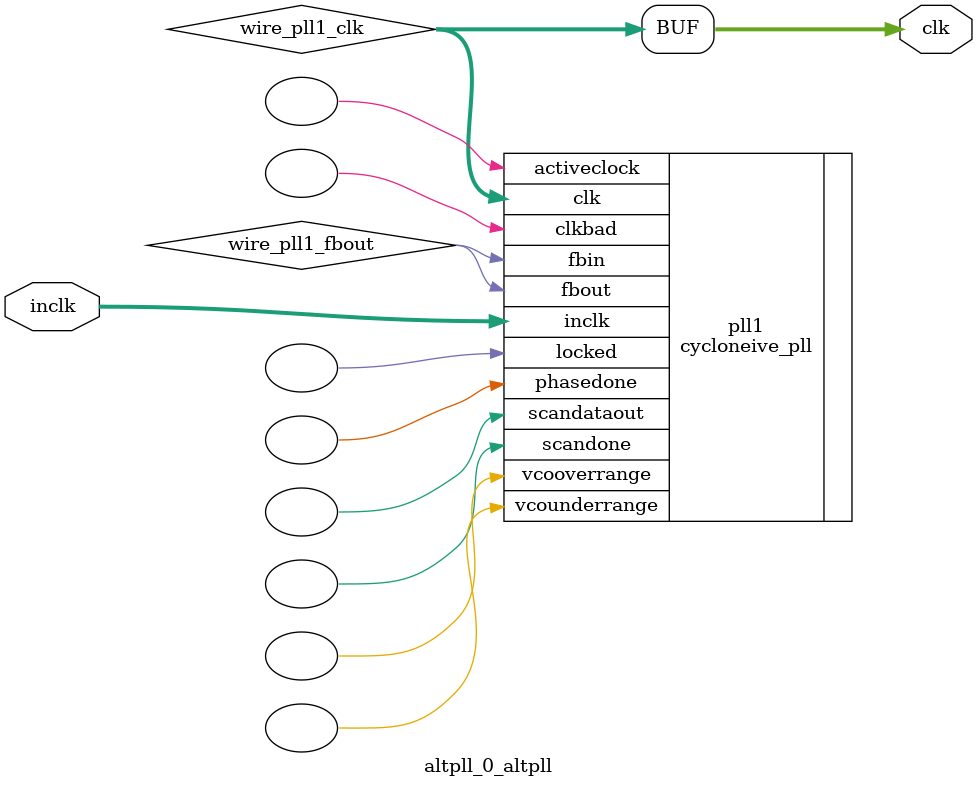
<source format=v>






//synthesis_resources = cycloneive_pll 1 
//synopsys translate_off
`timescale 1 ps / 1 ps
//synopsys translate_on
module  altpll_0_altpll
	( 
	clk,
	inclk) /* synthesis synthesis_clearbox=1 */;
	output   [4:0]  clk;
	input   [1:0]  inclk;
`ifndef ALTERA_RESERVED_QIS
// synopsys translate_off
`endif
	tri0   [1:0]  inclk;
`ifndef ALTERA_RESERVED_QIS
// synopsys translate_on
`endif

	wire  [4:0]   wire_pll1_clk;
	wire  wire_pll1_fbout;

	cycloneive_pll   pll1
	( 
	.activeclock(),
	.clk(wire_pll1_clk),
	.clkbad(),
	.fbin(wire_pll1_fbout),
	.fbout(wire_pll1_fbout),
	.inclk(inclk),
	.locked(),
	.phasedone(),
	.scandataout(),
	.scandone(),
	.vcooverrange(),
	.vcounderrange()
	`ifndef FORMAL_VERIFICATION
	// synopsys translate_off
	`endif
	,
	.areset(1'b0),
	.clkswitch(1'b0),
	.configupdate(1'b0),
	.pfdena(1'b1),
	.phasecounterselect({3{1'b0}}),
	.phasestep(1'b0),
	.phaseupdown(1'b0),
	.scanclk(1'b0),
	.scanclkena(1'b1),
	.scandata(1'b0)
	`ifndef FORMAL_VERIFICATION
	// synopsys translate_on
	`endif
	);
	defparam
		pll1.bandwidth_type = "auto",
		pll1.clk0_divide_by = 1,
		pll1.clk0_duty_cycle = 50,
		pll1.clk0_multiply_by = 2,
		pll1.clk0_phase_shift = "0",
		pll1.inclk0_input_frequency = 128205,
		pll1.operation_mode = "no_compensation",
		pll1.pll_type = "auto",
		pll1.lpm_type = "cycloneive_pll";
	assign
		clk = {wire_pll1_clk[4:0]};
endmodule //altpll_0_altpll
//VALID FILE

</source>
